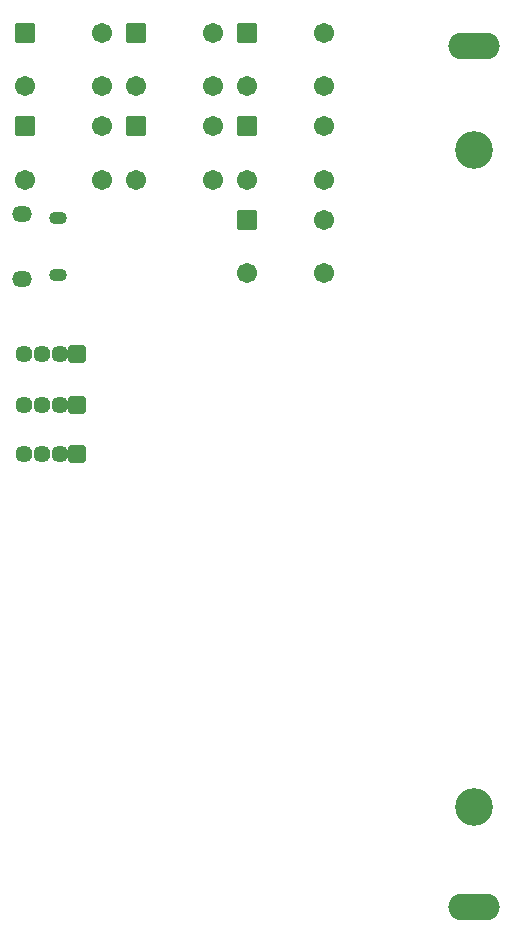
<source format=gbr>
%TF.GenerationSoftware,KiCad,Pcbnew,7.0.10*%
%TF.CreationDate,2024-12-09T12:22:18+01:00*%
%TF.ProjectId,dalmierz,64616c6d-6965-4727-9a2e-6b696361645f,rev?*%
%TF.SameCoordinates,Original*%
%TF.FileFunction,Soldermask,Bot*%
%TF.FilePolarity,Negative*%
%FSLAX46Y46*%
G04 Gerber Fmt 4.6, Leading zero omitted, Abs format (unit mm)*
G04 Created by KiCad (PCBNEW 7.0.10) date 2024-12-09 12:22:18*
%MOMM*%
%LPD*%
G01*
G04 APERTURE LIST*
G04 Aperture macros list*
%AMRoundRect*
0 Rectangle with rounded corners*
0 $1 Rounding radius*
0 $2 $3 $4 $5 $6 $7 $8 $9 X,Y pos of 4 corners*
0 Add a 4 corners polygon primitive as box body*
4,1,4,$2,$3,$4,$5,$6,$7,$8,$9,$2,$3,0*
0 Add four circle primitives for the rounded corners*
1,1,$1+$1,$2,$3*
1,1,$1+$1,$4,$5*
1,1,$1+$1,$6,$7*
1,1,$1+$1,$8,$9*
0 Add four rect primitives between the rounded corners*
20,1,$1+$1,$2,$3,$4,$5,0*
20,1,$1+$1,$4,$5,$6,$7,0*
20,1,$1+$1,$6,$7,$8,$9,0*
20,1,$1+$1,$8,$9,$2,$3,0*%
G04 Aperture macros list end*
%ADD10RoundRect,0.102000X-0.619000X-0.619000X0.619000X-0.619000X0.619000X0.619000X-0.619000X0.619000X0*%
%ADD11C,1.442000*%
%ADD12O,1.700000X1.350000*%
%ADD13O,1.500000X1.100000*%
%ADD14RoundRect,0.102000X-0.749000X-0.749000X0.749000X-0.749000X0.749000X0.749000X-0.749000X0.749000X0*%
%ADD15C,1.702000*%
%ADD16C,3.200000*%
%ADD17O,4.344000X2.274000*%
G04 APERTURE END LIST*
D10*
%TO.C,J2*%
X130550000Y-102750000D03*
D11*
X129050000Y-102750000D03*
X127550000Y-102750000D03*
X126050000Y-102750000D03*
%TD*%
D12*
%TO.C,J1*%
X125885000Y-82445000D03*
D13*
X128885000Y-82755000D03*
X128885000Y-87595000D03*
D12*
X125885000Y-87905000D03*
%TD*%
D14*
%TO.C,SW2*%
X135532250Y-67050000D03*
D15*
X142032250Y-67050000D03*
X135532250Y-71550000D03*
X142032250Y-71550000D03*
%TD*%
D14*
%TO.C,SW1*%
X144914500Y-67050000D03*
D15*
X151414500Y-67050000D03*
X144914500Y-71550000D03*
X151414500Y-71550000D03*
%TD*%
D14*
%TO.C,SW5*%
X135532250Y-75000000D03*
D15*
X142032250Y-75000000D03*
X135532250Y-79500000D03*
X142032250Y-79500000D03*
%TD*%
D14*
%TO.C,SW3*%
X126150000Y-67050000D03*
D15*
X132650000Y-67050000D03*
X126150000Y-71550000D03*
X132650000Y-71550000D03*
%TD*%
D14*
%TO.C,SW6*%
X126150000Y-75000000D03*
D15*
X132650000Y-75000000D03*
X126150000Y-79500000D03*
X132650000Y-79500000D03*
%TD*%
D10*
%TO.C,J7*%
X130550000Y-94300000D03*
D11*
X129050000Y-94300000D03*
X127550000Y-94300000D03*
X126050000Y-94300000D03*
%TD*%
D16*
%TO.C,BT1*%
X164100000Y-132605000D03*
X164100000Y-76990000D03*
D17*
X164100000Y-141100000D03*
X164100000Y-68200000D03*
%TD*%
D14*
%TO.C,SW4*%
X144914500Y-75000000D03*
D15*
X151414500Y-75000000D03*
X144914500Y-79500000D03*
X151414500Y-79500000D03*
%TD*%
D10*
%TO.C,J3*%
X130550000Y-98550000D03*
D11*
X129050000Y-98550000D03*
X127550000Y-98550000D03*
X126050000Y-98550000D03*
%TD*%
D14*
%TO.C,SW7*%
X144914500Y-82950000D03*
D15*
X151414500Y-82950000D03*
X144914500Y-87450000D03*
X151414500Y-87450000D03*
%TD*%
M02*

</source>
